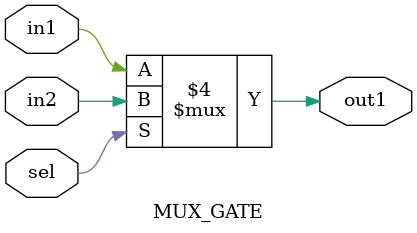
<source format=v>

`ifdef __ICARUS__
  `define _SIM_HAVE_CLOG2
`endif
`ifdef VERILATOR
  `define _SIM_HAVE_CLOG2
`endif
`ifdef MODEL_TECH
  `define _SIM_HAVE_CLOG2
`endif
`ifdef VCS
  `define _SIM_HAVE_CLOG2
`endif
`ifdef NCVERILOG
  `define _SIM_HAVE_CLOG2
`endif
`ifdef XILINX_SIMULATOR
  `define _SIM_HAVE_CLOG2
`endif
`ifdef XILINX_ISIM
  `define _SIM_HAVE_CLOG2
`endif

`timescale 1ns / 1ps
module constant_value(out1);
  parameter BITSIZE_out1=1, value=1'b0;
  // OUT
  output [BITSIZE_out1-1:0] out1;
  assign out1 = value;
endmodule

// This component is part of the BAMBU/PANDA IP LIBRARY
// Copyright (C) 2004-2020 Politecnico di Milano
// Author(s): Fabrizio Ferrandi <fabrizio.ferrandi@polimi.it>
// License: PANDA_LGPLv3
`timescale 1ns / 1ps
module REG_STD(clock, reset, in1, wenable, out1);
  parameter BITSIZE_in1=1, BITSIZE_out1=1;
  // IN
  input clock;
  input reset;
  input [BITSIZE_in1-1:0] in1;
  input wenable;
  // OUT
  output [BITSIZE_out1-1:0] out1;
  reg [BITSIZE_out1-1:0] reg_out1 =0;
  assign out1 = reg_out1;
  always @(posedge clock)
    reg_out1 <= in1;

endmodule

// This component is part of the BAMBU/PANDA IP LIBRARY
// Copyright (C) 2004-2020 Politecnico di Milano
// Author(s): Fabrizio Ferrandi <fabrizio.ferrandi@polimi.it>
// License: PANDA_LGPLv3
`timescale 1ns / 1ps
module cast(in1, out1);
  parameter BITSIZE_in1=1, BITSIZE_out1=1;
  // IN
  input [BITSIZE_in1-1:0] in1;
  // OUT
  output [BITSIZE_out1-1:0] out1;
  generate
  if (BITSIZE_out1 <= BITSIZE_in1)
  begin
    assign out1 = in1[BITSIZE_out1-1:0];
  end
  else
  begin
    assign out1 = {{(BITSIZE_out1-BITSIZE_in1){1'b0}},in1};
  end
  endgenerate
endmodule

// This component is part of the BAMBU/PANDA IP LIBRARY
// Copyright (C) 2016-2020 Politecnico di Milano
// Author(s): Fabrizio Ferrandi <fabrizio.ferrandi@polimi.it>
// License: PANDA_LGPLv3
`timescale 1ns / 1ps
module lut_expr_FU(in1, in2, in3, in4, in5, in6, in7, in8, in9, out1);
  parameter BITSIZE_in1=1, BITSIZE_out1=1;
  // IN
  input [BITSIZE_in1-1:0] in1;
  input in2;
  input in3;
  input in4;
  input in5;
  input in6;
  input in7;
  input in8;
  input in9;
  // OUT
  output [BITSIZE_out1-1:0] out1;
  
  reg[7:0] cleaned_in0;
  wire [7:0] in0;
  wire[BITSIZE_in1-1:0] shifted_s;
  
  assign in0 = {in9, in8, in7, in6, in5, in4, in3, in2};
  generate
  genvar i0;
  for (i0=0; i0<8; i0=i0+1)
  begin : L0
        always @(*)
        begin
           if (in0[i0] == 1'b1)
              cleaned_in0[i0] = 1'b1;
           else
              cleaned_in0[i0] = 1'b0;
        end
    end
  endgenerate
  assign shifted_s = in1 >> cleaned_in0;
  assign out1[0] = shifted_s[0];
  generate
   if(BITSIZE_out1 > 1)
     assign out1[BITSIZE_out1-1:1] = 0;
  endgenerate

endmodule

// This component is part of the BAMBU/PANDA IP LIBRARY
// Copyright (C) 2004-2020 Politecnico di Milano
// Author(s): Fabrizio Ferrandi <fabrizio.ferrandi@polimi.it>
// License: PANDA_LGPLv3
`timescale 1ns / 1ps
module BMEMORY_CTRL(clock, in1, in2, in3, in4, sel_LOAD, sel_STORE, out1, Min_oe_ram, Mout_oe_ram, Min_we_ram, Mout_we_ram, Min_addr_ram, Mout_addr_ram, M_Rdata_ram, Min_Wdata_ram, Mout_Wdata_ram, Min_data_ram_size, Mout_data_ram_size, M_DataRdy);
  parameter BITSIZE_in1=1, BITSIZE_in2=1, BITSIZE_in3=1, BITSIZE_out1=1, BITSIZE_Min_addr_ram=1, BITSIZE_Mout_addr_ram=1, BITSIZE_M_Rdata_ram=8, BITSIZE_Min_Wdata_ram=8, BITSIZE_Mout_Wdata_ram=8, BITSIZE_Min_data_ram_size=1, BITSIZE_Mout_data_ram_size=1;
  // IN
  input clock;
  input [BITSIZE_in1-1:0] in1;
  input [BITSIZE_in2-1:0] in2;
  input [BITSIZE_in3-1:0] in3;
  input in4;
  input sel_LOAD;
  input sel_STORE;
  input Min_oe_ram;
  input Min_we_ram;
  input [BITSIZE_Min_addr_ram-1:0] Min_addr_ram;
  input [BITSIZE_M_Rdata_ram-1:0] M_Rdata_ram;
  input [BITSIZE_Min_Wdata_ram-1:0] Min_Wdata_ram;
  input [BITSIZE_Min_data_ram_size-1:0] Min_data_ram_size;
  input M_DataRdy;
  // OUT
  output [BITSIZE_out1-1:0] out1;
  output Mout_oe_ram;
  output Mout_we_ram;
  output [BITSIZE_Mout_addr_ram-1:0] Mout_addr_ram;
  output [BITSIZE_Mout_Wdata_ram-1:0] Mout_Wdata_ram;
  output [BITSIZE_Mout_data_ram_size-1:0] Mout_data_ram_size;
  
  wire  [BITSIZE_in2-1:0] tmp_addr;
  wire int_sel_LOAD;
  wire int_sel_STORE;
  assign tmp_addr = in2;
  assign Mout_addr_ram = (int_sel_LOAD || int_sel_STORE) ? tmp_addr : Min_addr_ram;
  assign Mout_oe_ram = int_sel_LOAD ? 1'b1 : Min_oe_ram;
  assign Mout_we_ram = int_sel_STORE ? 1'b1 : Min_we_ram;
  assign out1 = M_Rdata_ram[BITSIZE_out1-1:0];
  assign Mout_Wdata_ram = int_sel_STORE ? in1 : Min_Wdata_ram;
  assign Mout_data_ram_size = int_sel_STORE || int_sel_LOAD ? in3[BITSIZE_in3-1:0] : Min_data_ram_size;
  assign int_sel_LOAD = sel_LOAD & in4;
  assign int_sel_STORE = sel_STORE & in4;
  // Add assertion here
  // psl default clock = (posedge clock);
  // psl ERROR_LOAD_Min_oe_ram: assert never {sel_LOAD && Min_oe_ram};
  // psl ERROR_STORE_Min_we_ram: assert never {sel_STORE && Min_we_ram};
  // psl ERROR_STORE_LOAD: assert never {sel_STORE && sel_LOAD};
endmodule

// This component is part of the BAMBU/PANDA IP LIBRARY
// Copyright (C) 2004-2020 Politecnico di Milano
// Author(s): Fabrizio Ferrandi <fabrizio.ferrandi@polimi.it>
// License: PANDA_LGPLv3
`timescale 1ns / 1ps
module bit_and(in1, in2, out1);
  parameter BITSIZE_in1=1, BITSIZE_in2=1, BITSIZE_out1=1;
  // IN
  input [BITSIZE_in1-1:0] in1;
  input [BITSIZE_in2-1:0] in2;
  // OUT
  output [BITSIZE_out1-1:0] out1;
  assign out1 = in1 & in2;
endmodule

// This component is part of the BAMBU/PANDA IP LIBRARY
// Copyright (C) 2004-2020 Politecnico di Milano
// Author(s): Fabrizio Ferrandi <fabrizio.ferrandi@polimi.it>
// License: PANDA_LGPLv3
`timescale 1ns / 1ps
module bit_or(in1, in2, out1);
  parameter BITSIZE_in1=1, BITSIZE_in2=1, BITSIZE_out1=1;
  // IN
  input [BITSIZE_in1-1:0] in1;
  input [BITSIZE_in2-1:0] in2;
  // OUT
  output [BITSIZE_out1-1:0] out1;
  assign out1 = in1 | in2;
endmodule

// This component is part of the BAMBU/PANDA IP LIBRARY
// Copyright (C) 2004-2020 Politecnico di Milano
// Author(s): Fabrizio Ferrandi <fabrizio.ferrandi@polimi.it>
// License: PANDA_LGPLv3
`timescale 1ns / 1ps
module ui_cond_expr_FU(in1, in2, in3, out1);
  parameter BITSIZE_in1=1, BITSIZE_in2=1, BITSIZE_in3=1, BITSIZE_out1=1;
  // IN
  input [BITSIZE_in1-1:0] in1;
  input [BITSIZE_in2-1:0] in2;
  input [BITSIZE_in3-1:0] in3;
  // OUT
  output [BITSIZE_out1-1:0] out1;
  assign out1 = in1 != 0 ? in2 : in3;
endmodule

// This component is part of the BAMBU/PANDA IP LIBRARY
// Copyright (C) 2004-2020 Politecnico di Milano
// Author(s): Fabrizio Ferrandi <fabrizio.ferrandi@polimi.it>
// License: PANDA_LGPLv3
`timescale 1ns / 1ps
module ui_eq_expr_FU(in1, in2, out1);
  parameter BITSIZE_in1=1, BITSIZE_in2=1, BITSIZE_out1=1;
  // IN
  input [BITSIZE_in1-1:0] in1;
  input [BITSIZE_in2-1:0] in2;
  // OUT
  output [BITSIZE_out1-1:0] out1;
  assign out1 = in1 == in2;
endmodule

`timescale 1ns / 1ps
module NE_EXPR(in1, in2, out1);
  parameter BITSIZE_in1=1, BITSIZE_in2=1, BITSIZE_out1=1;
  // IN
  input [BITSIZE_in1-1:0] in1;
  input [BITSIZE_in2-1:0] in2;
  // OUT
  output [BITSIZE_out1-1:0] out1;
  assign out1 = in1 != in2;
endmodule

// This component is part of the BAMBU/PANDA IP LIBRARY
// Copyright (C) 2004-2020 Politecnico di Milano
// Author(s): Fabrizio Ferrandi <fabrizio.ferrandi@polimi.it>
// License: PANDA_LGPLv3
`timescale 1ns / 1ps
module LSHIFT_GATE(in1, in2, out1);
  parameter BITSIZE_in1=1, BITSIZE_in2=1, BITSIZE_out1=1, PRECISION=1;
  // IN
  input [BITSIZE_in1-1:0] in1;
  input [BITSIZE_in2-1:0] in2;
  // OUT
  output [BITSIZE_out1-1:0] out1;
  `ifndef _SIM_HAVE_CLOG2
    function integer log2;
       input integer value;
       integer temp_value;
      begin
        temp_value = value-1;
        for (log2=0; temp_value>0; log2=log2+1)
          temp_value = temp_value>>1;
      end
    endfunction
  `endif
  `ifdef _SIM_HAVE_CLOG2
    parameter arg2_bitsize = $clog2(PRECISION);
  `else
    parameter arg2_bitsize = log2(PRECISION);
  `endif
  generate
    if(BITSIZE_in2 > arg2_bitsize)
      assign out1 = in1 << in2[arg2_bitsize-1:0];
    else
      assign out1 = in1 << in2;
  endgenerate
endmodule

// This component is part of the BAMBU/PANDA IP LIBRARY
// Copyright (C) 2004-2020 Politecnico di Milano
// Author(s): Fabrizio Ferrandi <fabrizio.ferrandi@polimi.it>
// License: PANDA_LGPLv3
`timescale 1ns / 1ps
module RSHIFT_GATE(in1, in2, out1);
  parameter BITSIZE_in1=1, BITSIZE_in2=1, BITSIZE_out1=1, PRECISION=1;
  // IN
  input [BITSIZE_in1-1:0] in1;
  input [BITSIZE_in2-1:0] in2;
  // OUT
  output [BITSIZE_out1-1:0] out1;
  `ifndef _SIM_HAVE_CLOG2
    function integer log2;
       input integer value;
       integer temp_value;
      begin
        temp_value = value-1;
        for (log2=0; temp_value>0; log2=log2+1)
          temp_value = temp_value>>1;
      end
    endfunction
  `endif
  `ifdef _SIM_HAVE_CLOG2
    parameter arg2_bitsize = $clog2(PRECISION);
  `else
    parameter arg2_bitsize = log2(PRECISION);
  `endif
  generate
    if(BITSIZE_in2 > arg2_bitsize)
      assign out1 = in1 >> (in2[arg2_bitsize-1:0]);
    else
      assign out1 = in1 >> in2;
  endgenerate

endmodule

// This component is part of the BAMBU/PANDA IP LIBRARY
// Copyright (C) 2004-2020 Politecnico di Milano
// Author(s): Fabrizio Ferrandi <fabrizio.ferrandi@polimi.it>
// License: PANDA_LGPLv3
`timescale 1ns / 1ps
module ADD_GATE(in1, in2, out1);
  parameter BITSIZE_in1=1, BITSIZE_in2=1, BITSIZE_out1=1;
  // IN
  input [BITSIZE_in1-1:0] in1;
  input [BITSIZE_in2-1:0] in2;
  // OUT
  output [BITSIZE_out1-1:0] out1;
  assign out1 = in1 + in2;
endmodule

`timescale 1ns / 1ps
module SUB_GATE(in1, in2, out1);
  parameter BITSIZE_in1=1, BITSIZE_in2=1, BITSIZE_out1=1;
  // IN
  input [BITSIZE_in1-1:0] in1;
  input [BITSIZE_in2-1:0] in2;
  // OUT
  output [BITSIZE_out1-1:0] out1;
  assign out1 = in1 - in2;
endmodule

`timescale 1ns / 1ps
module MUL_GATE(in1, in2, out1);
  parameter BITSIZE_in1=1, BITSIZE_in2=1, BITSIZE_out1=1;
  // IN
  input [BITSIZE_in1-1:0] in1;
  input [BITSIZE_in2-1:0] in2;
  // OUT
  output [BITSIZE_out1-1:0] out1;
  assign out1 = in1 * in2;
endmodule


// This component is part of the BAMBU/PANDA IP LIBRARY
// Copyright (C) 2013-2020 Politecnico di Milano
// Author(s): Fabrizio Ferrandi <fabrizio.ferrandi@polimi.it>
// License: PANDA_LGPLv3
`timescale 1ns / 1ps
module bus_merger(in1, out1);
  parameter BITSIZE_in1=1, PORTSIZE_in1=2, BITSIZE_out1=1;
  // IN
  input [(PORTSIZE_in1*BITSIZE_in1)+(-1):0] in1;
  // OUT
  output [BITSIZE_out1-1:0] out1;
  
  function [BITSIZE_out1-1:0] merge;
    input [BITSIZE_in1*PORTSIZE_in1-1:0] m;
    reg [BITSIZE_out1-1:0] res;
    integer i1;
  begin
    res={BITSIZE_in1{1'b0}};
    for(i1 = 0; i1 < PORTSIZE_in1; i1 = i1 + 1)
    begin
      res = res | m[i1*BITSIZE_in1 +:BITSIZE_in1];
    end
    merge = res;
  end
  endfunction
  
  assign out1 = merge(in1);
endmodule

// This component is part of the BAMBU/PANDA IP LIBRARY
// Copyright (C) 2004-2020 Politecnico di Milano
// Author(s): Fabrizio Ferrandi <fabrizio.ferrandi@polimi.it>, Christian Pilato <christian.pilato@polimi.it>
// License: PANDA_LGPLv3
`timescale 1ns / 1ps
module MUX_GATE(sel, in1, in2, out1);
  parameter BITSIZE_in1=1, BITSIZE_in2=1, BITSIZE_out1=1;
  // IN
  input sel;
  input [BITSIZE_in1-1:0] in1;
  input [BITSIZE_in2-1:0] in2;
  // OUT
  output [BITSIZE_out1-1:0] out1;
  assign out1 = sel ? in2 : in1;
endmodule

</source>
